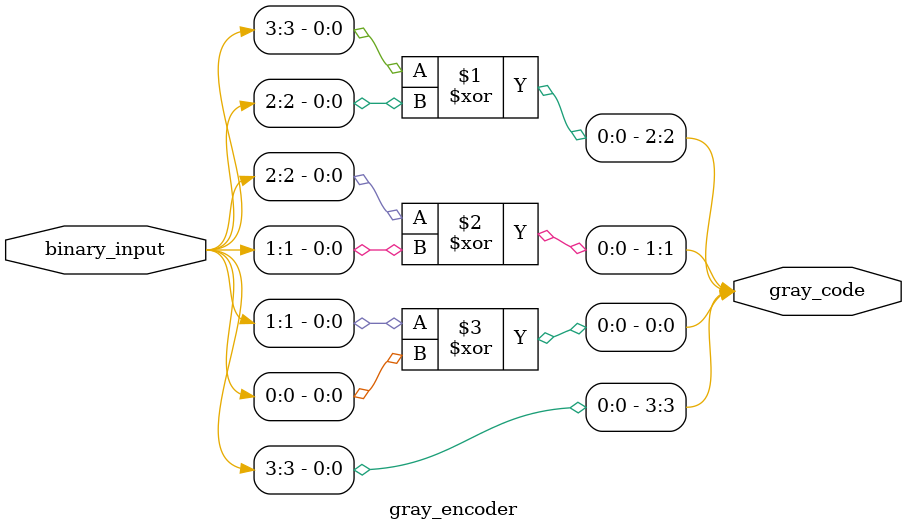
<source format=v>
module gray_encoder (
    input  [3:0] binary_input,
    output [3:0] gray_code
);


  assign gray_code[3] = binary_input[3];


  assign gray_code[2] = binary_input[3] ^ binary_input[2];
  assign gray_code[1] = binary_input[2] ^ binary_input[1];
  assign gray_code[0] = binary_input[1] ^ binary_input[0];

endmodule


</source>
